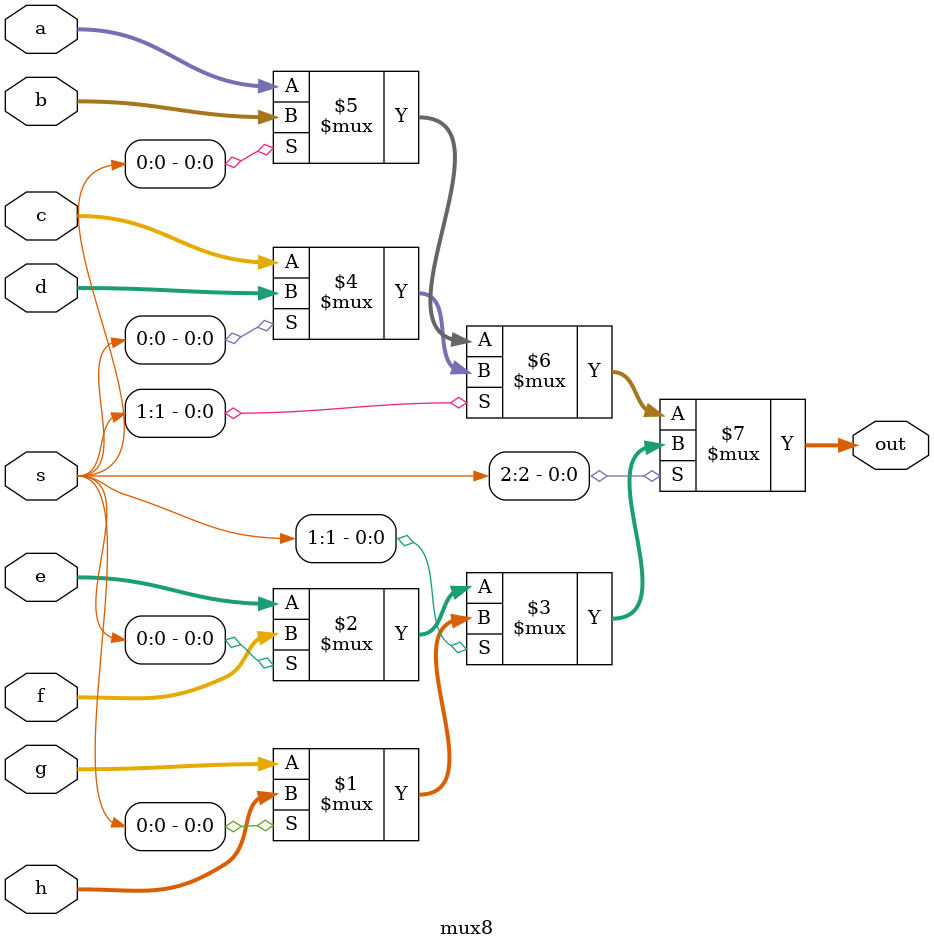
<source format=v>
`timescale 1ns / 1ps


module mux8 #(parameter WIDTH=16)(
    input [WIDTH-1:0] a,
    input [WIDTH-1:0] b,
    input [WIDTH-1:0] c,
    input [WIDTH-1:0] d,
    input [WIDTH-1:0] e,
    input [WIDTH-1:0] f,
    input [WIDTH-1:0] g,
    input [WIDTH-1:0] h,
    
    input [2:0]s,
    
    output [WIDTH-1:0] out
    
    );
    
    assign out = s[2] ? (s[1] ? (s[0] ? (h):(g) ):(s[0] ? (f):(e) ) ) : (s[1] ? (s[0] ? (d):(c) ) : (s[0] ? (b):(a) ));
    
endmodule

</source>
